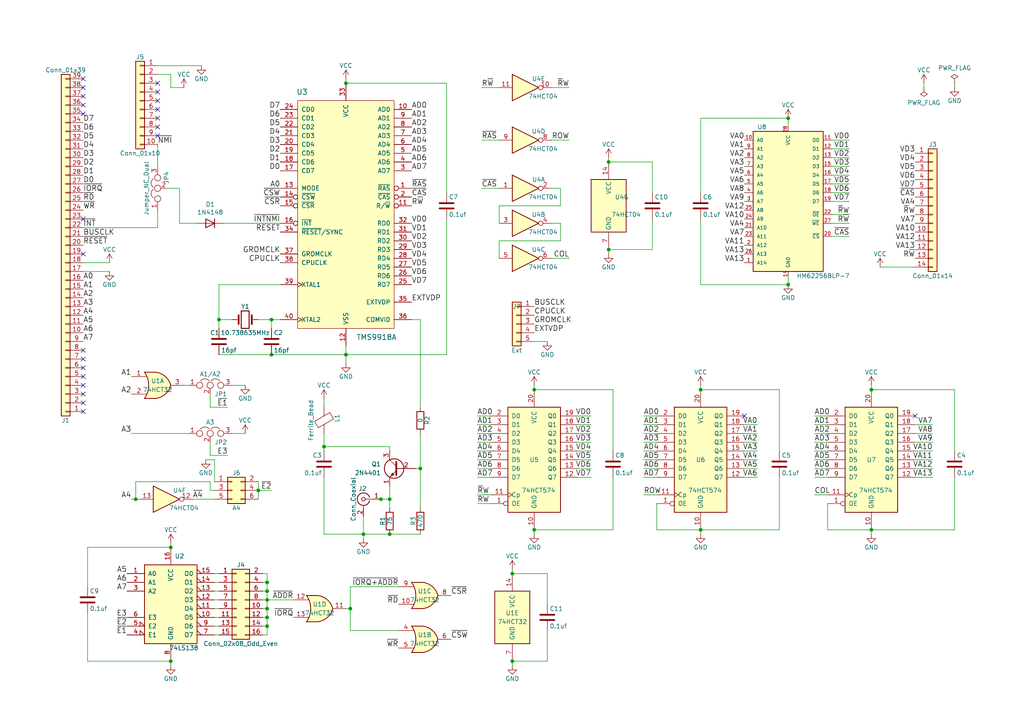
<source format=kicad_sch>
(kicad_sch (version 20211123) (generator eeschema)
  (paper "A4")
  (title_block (title "TMS9918A video card for RC2014") (date "2018-10-25") (rev "REV4") (company "J.B. Langston") (comment 1 "https://github.com/jblang/rc9918"))
  (junction (at 176.53 46.99))
  (junction (at 101.6 176.53))
  (junction (at 63.5 92.71))
  (junction (at 77.47 181.61))
  (junction (at 203.2 113.03))
  (junction (at 148.59 166.37))
  (junction (at 100.33 102.87))
  (junction (at 176.53 72.39))
  (junction (at 228.6 82.55))
  (junction (at 228.6 34.29))
  (junction (at 105.41 154.94))
  (junction (at 148.59 191.77))
  (junction (at 49.53 158.75))
  (junction (at 77.47 171.45))
  (junction (at 110.49 144.78))
  (junction (at 93.98 129.54))
  (junction (at 113.03 144.78))
  (junction (at 203.2 153.67))
  (junction (at 252.73 153.67))
  (junction (at 77.47 168.91))
  (junction (at 78.74 92.71))
  (junction (at 154.94 153.67))
  (junction (at 77.47 173.99))
  (junction (at 154.94 113.03))
  (junction (at 78.74 102.87))
  (junction (at 77.47 176.53))
  (junction (at 252.73 113.03))
  (junction (at 74.93 142.24))
  (junction (at 49.53 191.77))
  (junction (at 121.92 135.89))
  (junction (at 113.03 154.94))
  (junction (at 39.37 144.78))
  (junction (at 77.47 179.07))
  (junction (at 100.33 24.13))
  (no_connect (at 24.13 104.14))
  (no_connect (at 24.13 116.84))
  (no_connect (at 24.13 27.94))
  (no_connect (at 45.72 26.67))
  (no_connect (at 24.13 73.66))
  (no_connect (at 24.13 119.38))
  (no_connect (at 45.72 29.21))
  (no_connect (at 45.72 34.29))
  (no_connect (at 24.13 63.5))
  (no_connect (at 24.13 114.3))
  (no_connect (at 24.13 22.86))
  (no_connect (at 24.13 30.48))
  (no_connect (at 265.43 120.65))
  (no_connect (at 45.72 39.37))
  (no_connect (at 45.72 36.83))
  (no_connect (at 24.13 111.76))
  (no_connect (at 24.13 25.4))
  (no_connect (at 24.13 106.68))
  (no_connect (at 24.13 33.02))
  (no_connect (at 45.72 24.13))
  (no_connect (at 24.13 101.6))
  (no_connect (at 24.13 109.22))
  (no_connect (at 215.9 120.65))
  (no_connect (at 45.72 31.75))
  (wire (pts (xy 241.3 50.8) (xy 246.38 50.8)))
  (wire (pts (xy 60.96 139.7) (xy 60.96 142.24)))
  (wire (pts (xy 52.07 54.61) (xy 48.26 54.61)))
  (wire (pts (xy 60.96 118.11) (xy 66.04 118.11)))
  (wire (pts (xy 105.41 154.94) (xy 105.41 156.21)))
  (wire (pts (xy 203.2 153.67) (xy 190.5 153.67)))
  (wire (pts (xy 129.54 24.13) (xy 129.54 55.88)))
  (wire (pts (xy 236.22 130.81) (xy 240.03 130.81)))
  (wire (pts (xy 67.31 125.73) (xy 71.12 125.73)))
  (wire (pts (xy 77.47 171.45) (xy 76.2 171.45)))
  (wire (pts (xy 138.43 123.19) (xy 142.24 123.19)))
  (wire (pts (xy 171.45 123.19) (xy 167.64 123.19)))
  (wire (pts (xy 138.43 120.65) (xy 142.24 120.65)))
  (wire (pts (xy 203.2 113.03) (xy 203.2 111.76)))
  (wire (pts (xy 100.33 24.13) (xy 129.54 24.13)))
  (wire (pts (xy 76.2 181.61) (xy 77.47 181.61)))
  (wire (pts (xy 241.3 55.88) (xy 246.38 55.88)))
  (wire (pts (xy 154.94 99.06) (xy 158.75 99.06)))
  (wire (pts (xy 77.47 176.53) (xy 77.47 179.07)))
  (wire (pts (xy 121.92 92.71) (xy 119.38 92.71)))
  (wire (pts (xy 226.06 153.67) (xy 226.06 138.43)))
  (wire (pts (xy 276.86 113.03) (xy 276.86 130.81)))
  (wire (pts (xy 203.2 63.5) (xy 203.2 82.55)))
  (wire (pts (xy 49.53 158.75) (xy 25.4 158.75)))
  (wire (pts (xy 177.8 153.67) (xy 154.94 153.67)))
  (wire (pts (xy 138.43 133.35) (xy 142.24 133.35)))
  (wire (pts (xy 236.22 128.27) (xy 240.03 128.27)))
  (wire (pts (xy 236.22 135.89) (xy 240.03 135.89)))
  (wire (pts (xy 226.06 130.81) (xy 226.06 113.03)))
  (wire (pts (xy 62.23 184.15) (xy 63.5 184.15)))
  (wire (pts (xy 139.7 40.64) (xy 144.78 40.64)))
  (wire (pts (xy 60.96 114.3) (xy 60.96 118.11)))
  (wire (pts (xy 139.7 54.61) (xy 144.78 54.61)))
  (wire (pts (xy 93.98 125.73) (xy 93.98 129.54)))
  (wire (pts (xy 267.97 25.4) (xy 267.97 24.13)))
  (wire (pts (xy 241.3 40.64) (xy 246.38 40.64)))
  (wire (pts (xy 241.3 62.23) (xy 246.38 62.23)))
  (wire (pts (xy 62.23 133.35) (xy 62.23 139.7)))
  (wire (pts (xy 113.03 130.81) (xy 113.03 129.54)))
  (wire (pts (xy 171.45 120.65) (xy 167.64 120.65)))
  (wire (pts (xy 162.56 59.69) (xy 144.78 59.69)))
  (wire (pts (xy 77.47 179.07) (xy 77.47 181.61)))
  (wire (pts (xy 138.43 128.27) (xy 142.24 128.27)))
  (wire (pts (xy 186.69 143.51) (xy 190.5 143.51)))
  (wire (pts (xy 241.3 68.58) (xy 246.38 68.58)))
  (wire (pts (xy 77.47 173.99) (xy 77.47 176.53)))
  (wire (pts (xy 113.03 144.78) (xy 113.03 147.32)))
  (wire (pts (xy 276.86 153.67) (xy 252.73 153.67)))
  (wire (pts (xy 228.6 36.83) (xy 228.6 34.29)))
  (wire (pts (xy 76.2 173.99) (xy 77.47 173.99)))
  (wire (pts (xy 67.31 92.71) (xy 63.5 92.71)))
  (wire (pts (xy 78.74 102.87) (xy 100.33 102.87)))
  (wire (pts (xy 228.6 82.55) (xy 228.6 80.01)))
  (wire (pts (xy 203.2 82.55) (xy 228.6 82.55)))
  (wire (pts (xy 148.59 166.37) (xy 148.59 165.1)))
  (wire (pts (xy 105.41 149.86) (xy 105.41 154.94)))
  (wire (pts (xy 62.23 173.99) (xy 63.5 173.99)))
  (wire (pts (xy 138.43 135.89) (xy 142.24 135.89)))
  (wire (pts (xy 62.23 166.37) (xy 63.5 166.37)))
  (wire (pts (xy 100.33 24.13) (xy 100.33 22.86)))
  (wire (pts (xy 236.22 143.51) (xy 240.03 143.51)))
  (wire (pts (xy 171.45 125.73) (xy 167.64 125.73)))
  (wire (pts (xy 158.75 166.37) (xy 158.75 175.26)))
  (wire (pts (xy 24.13 76.2) (xy 31.75 76.2)))
  (wire (pts (xy 158.75 191.77) (xy 148.59 191.77)))
  (wire (pts (xy 241.3 43.18) (xy 246.38 43.18)))
  (wire (pts (xy 186.69 120.65) (xy 190.5 120.65)))
  (wire (pts (xy 93.98 115.57) (xy 93.98 118.11)))
  (wire (pts (xy 74.93 139.7) (xy 74.93 142.24)))
  (wire (pts (xy 49.53 21.59) (xy 49.53 25.4)))
  (wire (pts (xy 241.3 64.77) (xy 246.38 64.77)))
  (wire (pts (xy 203.2 34.29) (xy 203.2 55.88)))
  (wire (pts (xy 77.47 168.91) (xy 77.47 171.45)))
  (wire (pts (xy 39.37 144.78) (xy 39.37 139.7)))
  (wire (pts (xy 77.47 179.07) (xy 76.2 179.07)))
  (wire (pts (xy 241.3 45.72) (xy 246.38 45.72)))
  (wire (pts (xy 265.43 138.43) (xy 270.51 138.43)))
  (wire (pts (xy 77.47 171.45) (xy 77.47 173.99)))
  (wire (pts (xy 215.9 130.81) (xy 219.71 130.81)))
  (wire (pts (xy 39.37 139.7) (xy 60.96 139.7)))
  (wire (pts (xy 144.78 69.85) (xy 144.78 74.93)))
  (wire (pts (xy 60.96 142.24) (xy 62.23 142.24)))
  (wire (pts (xy 265.43 125.73) (xy 270.51 125.73)))
  (wire (pts (xy 276.86 138.43) (xy 276.86 153.67)))
  (wire (pts (xy 176.53 73.66) (xy 176.53 72.39)))
  (wire (pts (xy 138.43 146.05) (xy 142.24 146.05)))
  (wire (pts (xy 25.4 191.77) (xy 49.53 191.77)))
  (wire (pts (xy 186.69 133.35) (xy 190.5 133.35)))
  (wire (pts (xy 113.03 144.78) (xy 110.49 144.78)))
  (wire (pts (xy 113.03 140.97) (xy 113.03 144.78)))
  (wire (pts (xy 138.43 130.81) (xy 142.24 130.81)))
  (wire (pts (xy 121.92 125.73) (xy 121.92 135.89)))
  (wire (pts (xy 74.93 142.24) (xy 74.93 144.78)))
  (wire (pts (xy 138.43 143.51) (xy 142.24 143.51)))
  (wire (pts (xy 121.92 135.89) (xy 120.65 135.89)))
  (wire (pts (xy 45.72 21.59) (xy 49.53 21.59)))
  (wire (pts (xy 49.53 25.4) (xy 53.34 25.4)))
  (wire (pts (xy 171.45 138.43) (xy 167.64 138.43)))
  (wire (pts (xy 74.93 92.71) (xy 78.74 92.71)))
  (wire (pts (xy 77.47 181.61) (xy 77.47 184.15)))
  (wire (pts (xy 177.8 113.03) (xy 154.94 113.03)))
  (wire (pts (xy 113.03 129.54) (xy 93.98 129.54)))
  (wire (pts (xy 186.69 135.89) (xy 190.5 135.89)))
  (wire (pts (xy 62.23 176.53) (xy 63.5 176.53)))
  (wire (pts (xy 160.02 74.93) (xy 165.1 74.93)))
  (wire (pts (xy 265.43 123.19) (xy 270.51 123.19)))
  (wire (pts (xy 215.9 128.27) (xy 219.71 128.27)))
  (wire (pts (xy 63.5 102.87) (xy 78.74 102.87)))
  (wire (pts (xy 64.77 64.77) (xy 81.28 64.77)))
  (wire (pts (xy 148.59 166.37) (xy 158.75 166.37)))
  (wire (pts (xy 77.47 168.91) (xy 76.2 168.91)))
  (wire (pts (xy 76.2 176.53) (xy 77.47 176.53)))
  (wire (pts (xy 171.45 133.35) (xy 167.64 133.35)))
  (wire (pts (xy 78.74 95.25) (xy 78.74 92.71)))
  (wire (pts (xy 189.23 46.99) (xy 189.23 55.88)))
  (wire (pts (xy 160.02 64.77) (xy 162.56 64.77)))
  (wire (pts (xy 67.31 111.76) (xy 71.12 111.76)))
  (wire (pts (xy 154.94 154.94) (xy 154.94 153.67)))
  (wire (pts (xy 63.5 82.55) (xy 81.28 82.55)))
  (wire (pts (xy 60.96 132.08) (xy 66.04 132.08)))
  (wire (pts (xy 52.07 64.77) (xy 52.07 54.61)))
  (wire (pts (xy 113.03 154.94) (xy 121.92 154.94)))
  (wire (pts (xy 186.69 125.73) (xy 190.5 125.73)))
  (wire (pts (xy 252.73 113.03) (xy 276.86 113.03)))
  (wire (pts (xy 215.9 138.43) (xy 219.71 138.43)))
  (wire (pts (xy 171.45 130.81) (xy 167.64 130.81)))
  (wire (pts (xy 74.93 142.24) (xy 78.74 142.24)))
  (wire (pts (xy 45.72 60.96) (xy 45.72 66.04)))
  (wire (pts (xy 255.27 77.47) (xy 265.43 77.47)))
  (wire (pts (xy 105.41 154.94) (xy 113.03 154.94)))
  (wire (pts (xy 25.4 158.75) (xy 25.4 170.18)))
  (wire (pts (xy 59.69 133.35) (xy 62.23 133.35)))
  (wire (pts (xy 62.23 181.61) (xy 63.5 181.61)))
  (wire (pts (xy 236.22 125.73) (xy 240.03 125.73)))
  (wire (pts (xy 215.9 135.89) (xy 219.71 135.89)))
  (wire (pts (xy 39.37 144.78) (xy 38.1 144.78)))
  (wire (pts (xy 49.53 157.48) (xy 49.53 158.75)))
  (wire (pts (xy 186.69 130.81) (xy 190.5 130.81)))
  (wire (pts (xy 77.47 166.37) (xy 76.2 166.37)))
  (wire (pts (xy 162.56 54.61) (xy 162.56 59.69)))
  (wire (pts (xy 55.88 144.78) (xy 62.23 144.78)))
  (wire (pts (xy 144.78 59.69) (xy 144.78 64.77)))
  (wire (pts (xy 162.56 69.85) (xy 144.78 69.85)))
  (wire (pts (xy 171.45 128.27) (xy 167.64 128.27)))
  (wire (pts (xy 77.47 173.99) (xy 85.09 173.99)))
  (wire (pts (xy 60.96 128.27) (xy 60.96 132.08)))
  (wire (pts (xy 100.33 102.87) (xy 100.33 105.41)))
  (wire (pts (xy 62.23 179.07) (xy 63.5 179.07)))
  (wire (pts (xy 176.53 46.99) (xy 176.53 45.72)))
  (wire (pts (xy 177.8 153.67) (xy 177.8 138.43)))
  (wire (pts (xy 186.69 123.19) (xy 190.5 123.19)))
  (wire (pts (xy 93.98 154.94) (xy 93.98 138.43)))
  (wire (pts (xy 77.47 184.15) (xy 76.2 184.15)))
  (wire (pts (xy 252.73 153.67) (xy 240.03 153.67)))
  (wire (pts (xy 24.13 78.74) (xy 31.75 78.74)))
  (wire (pts (xy 139.7 25.4) (xy 144.78 25.4)))
  (wire (pts (xy 203.2 154.94) (xy 203.2 153.67)))
  (wire (pts (xy 215.9 133.35) (xy 219.71 133.35)))
  (wire (pts (xy 186.69 128.27) (xy 190.5 128.27)))
  (wire (pts (xy 276.86 25.4) (xy 276.86 24.13)))
  (wire (pts (xy 189.23 72.39) (xy 189.23 63.5)))
  (wire (pts (xy 93.98 129.54) (xy 93.98 130.81)))
  (wire (pts (xy 265.43 130.81) (xy 270.51 130.81)))
  (wire (pts (xy 101.6 182.88) (xy 115.57 182.88)))
  (wire (pts (xy 215.9 123.19) (xy 219.71 123.19)))
  (wire (pts (xy 160.02 25.4) (xy 165.1 25.4)))
  (wire (pts (xy 45.72 66.04) (xy 24.13 66.04)))
  (wire (pts (xy 38.1 125.73) (xy 54.61 125.73)))
  (wire (pts (xy 176.53 46.99) (xy 189.23 46.99)))
  (wire (pts (xy 40.64 144.78) (xy 39.37 144.78)))
  (wire (pts (xy 93.98 154.94) (xy 105.41 154.94)))
  (wire (pts (xy 252.73 113.03) (xy 252.73 111.76)))
  (wire (pts (xy 101.6 176.53) (xy 101.6 182.88)))
  (wire (pts (xy 236.22 138.43) (xy 240.03 138.43)))
  (wire (pts (xy 154.94 113.03) (xy 154.94 111.76)))
  (wire (pts (xy 236.22 123.19) (xy 240.03 123.19)))
  (wire (pts (xy 241.3 58.42) (xy 246.38 58.42)))
  (wire (pts (xy 138.43 125.73) (xy 142.24 125.73)))
  (wire (pts (xy 236.22 133.35) (xy 240.03 133.35)))
  (wire (pts (xy 62.23 171.45) (xy 63.5 171.45)))
  (wire (pts (xy 121.92 118.11) (xy 121.92 92.71)))
  (wire (pts (xy 121.92 135.89) (xy 121.92 147.32)))
  (wire (pts (xy 241.3 53.34) (xy 246.38 53.34)))
  (wire (pts (xy 226.06 153.67) (xy 203.2 153.67)))
  (wire (pts (xy 236.22 120.65) (xy 240.03 120.65)))
  (wire (pts (xy 25.4 177.8) (xy 25.4 191.77)))
  (wire (pts (xy 240.03 146.05) (xy 240.03 153.67)))
  (wire (pts (xy 78.74 92.71) (xy 81.28 92.71)))
  (wire (pts (xy 162.56 64.77) (xy 162.56 69.85)))
  (wire (pts (xy 52.07 64.77) (xy 57.15 64.77)))
  (wire (pts (xy 241.3 48.26) (xy 246.38 48.26)))
  (wire (pts (xy 148.59 193.04) (xy 148.59 191.77)))
  (wire (pts (xy 176.53 72.39) (xy 189.23 72.39)))
  (wire (pts (xy 101.6 170.18) (xy 115.57 170.18)))
  (wire (pts (xy 252.73 154.94) (xy 252.73 153.67)))
  (wire (pts (xy 177.8 130.81) (xy 177.8 113.03)))
  (wire (pts (xy 100.33 100.33) (xy 100.33 102.87)))
  (wire (pts (xy 265.43 133.35) (xy 270.51 133.35)))
  (wire (pts (xy 63.5 92.71) (xy 63.5 95.25)))
  (wire (pts (xy 160.02 54.61) (xy 162.56 54.61)))
  (wire (pts (xy 45.72 48.26) (xy 45.72 41.91)))
  (wire (pts (xy 77.47 166.37) (xy 77.47 168.91)))
  (wire (pts (xy 138.43 138.43) (xy 142.24 138.43)))
  (wire (pts (xy 63.5 82.55) (xy 63.5 92.71)))
  (wire (pts (xy 101.6 170.18) (xy 101.6 176.53)))
  (wire (pts (xy 186.69 138.43) (xy 190.5 138.43)))
  (wire (pts (xy 265.43 135.89) (xy 270.51 135.89)))
  (wire (pts (xy 45.72 19.05) (xy 58.42 19.05)))
  (wire (pts (xy 129.54 102.87) (xy 129.54 63.5)))
  (wire (pts (xy 62.23 168.91) (xy 63.5 168.91)))
  (wire (pts (xy 53.34 111.76) (xy 54.61 111.76)))
  (wire (pts (xy 171.45 135.89) (xy 167.64 135.89)))
  (wire (pts (xy 190.5 146.05) (xy 190.5 153.67)))
  (wire (pts (xy 100.33 102.87) (xy 129.54 102.87)))
  (wire (pts (xy 49.53 193.04) (xy 49.53 191.77)))
  (wire (pts (xy 160.02 40.64) (xy 165.1 40.64)))
  (wire (pts (xy 158.75 182.88) (xy 158.75 191.77)))
  (wire (pts (xy 100.33 176.53) (xy 101.6 176.53)))
  (wire (pts (xy 110.49 144.78) (xy 109.22 144.78)))
  (wire (pts (xy 203.2 113.03) (xy 226.06 113.03)))
  (wire (pts (xy 215.9 125.73) (xy 219.71 125.73)))
  (wire (pts (xy 265.43 128.27) (xy 270.51 128.27)))
  (wire (pts (xy 228.6 34.29) (xy 203.2 34.29)))
  (label "~{E2}" (at 36.83 181.61 180) (effects (font (size 1.524 1.524))))
  (label "AD3" (at 186.69 128.27 0) (effects (font (size 1.524 1.524))))
  (label "~{CSW}" (at 81.28 57.15 180) (effects (font (size 1.524 1.524))))
  (label "AD1" (at 186.69 123.19 0) (effects (font (size 1.524 1.524))))
  (label "~{CSW}" (at 130.81 185.42 0) (effects (font (size 1.524 1.524))))
  (label "EXTVDP" (at 154.94 96.52 0) (effects (font (size 1.524 1.524))))
  (label "VA1" (at 219.71 125.73 180) (effects (font (size 1.524 1.524))))
  (label "VD1" (at 171.45 123.19 180) (effects (font (size 1.524 1.524))))
  (label "A5" (at 24.13 93.98 0) (effects (font (size 1.524 1.524))))
  (label "~{R}W" (at 265.43 62.23 180) (effects (font (size 1.524 1.524))))
  (label "D1" (at 24.13 50.8 0) (effects (font (size 1.524 1.524))))
  (label "VD2" (at 119.38 69.85 0) (effects (font (size 1.524 1.524))))
  (label "AD5" (at 186.69 133.35 0) (effects (font (size 1.524 1.524))))
  (label "VA3" (at 215.9 48.26 180) (effects (font (size 1.524 1.524))))
  (label "D4" (at 24.13 43.18 0) (effects (font (size 1.524 1.524))))
  (label "VA13" (at 215.9 73.66 180) (effects (font (size 1.524 1.524))))
  (label "VD1" (at 246.38 43.18 180) (effects (font (size 1.524 1.524))))
  (label "D2" (at 81.28 44.45 180) (effects (font (size 1.524 1.524))))
  (label "VD7" (at 119.38 82.55 0) (effects (font (size 1.524 1.524))))
  (label "A6" (at 24.13 96.52 0) (effects (font (size 1.524 1.524))))
  (label "~{RD}" (at 24.13 58.42 0) (effects (font (size 1.524 1.524))))
  (label "AD7" (at 119.38 49.53 0) (effects (font (size 1.524 1.524))))
  (label "VA3" (at 219.71 130.81 180) (effects (font (size 1.524 1.524))))
  (label "VA11" (at 215.9 71.12 180) (effects (font (size 1.524 1.524))))
  (label "~{E1}" (at 66.04 118.11 180) (effects (font (size 1.524 1.524))))
  (label "VD1" (at 119.38 67.31 0) (effects (font (size 1.524 1.524))))
  (label "~{INT}" (at 24.13 66.04 0) (effects (font (size 1.524 1.524))))
  (label "AD1" (at 138.43 123.19 0) (effects (font (size 1.524 1.524))))
  (label "VA5" (at 215.9 50.8 180) (effects (font (size 1.524 1.524))))
  (label "AD0" (at 119.38 31.75 0) (effects (font (size 1.524 1.524))))
  (label "A5" (at 36.83 166.37 180) (effects (font (size 1.524 1.524))))
  (label "AD7" (at 186.69 138.43 0) (effects (font (size 1.524 1.524))))
  (label "VA0" (at 215.9 40.64 180) (effects (font (size 1.524 1.524))))
  (label "~{RAS}" (at 119.38 54.61 0) (effects (font (size 1.524 1.524))))
  (label "A3" (at 38.1 125.73 180) (effects (font (size 1.524 1.524))))
  (label "EXTVDP" (at 119.38 87.63 0) (effects (font (size 1.524 1.524))))
  (label "VA7" (at 265.43 64.77 180) (effects (font (size 1.524 1.524))))
  (label "A3" (at 24.13 88.9 0) (effects (font (size 1.524 1.524))))
  (label "VA8" (at 215.9 55.88 180) (effects (font (size 1.524 1.524))))
  (label "D5" (at 24.13 40.64 0) (effects (font (size 1.524 1.524))))
  (label "AD6" (at 138.43 135.89 0) (effects (font (size 1.524 1.524))))
  (label "AD2" (at 138.43 125.73 0) (effects (font (size 1.524 1.524))))
  (label "D7" (at 81.28 31.75 180) (effects (font (size 1.524 1.524))))
  (label "D0" (at 24.13 53.34 0) (effects (font (size 1.524 1.524))))
  (label "D4" (at 81.28 39.37 180) (effects (font (size 1.524 1.524))))
  (label "VD6" (at 171.45 135.89 180) (effects (font (size 1.524 1.524))))
  (label "D6" (at 24.13 38.1 0) (effects (font (size 1.524 1.524))))
  (label "R~{W}" (at 139.7 25.4 0) (effects (font (size 1.524 1.524))))
  (label "AD0" (at 236.22 120.65 0) (effects (font (size 1.524 1.524))))
  (label "AD6" (at 119.38 46.99 0) (effects (font (size 1.524 1.524))))
  (label "~{CAS}" (at 139.7 54.61 0) (effects (font (size 1.524 1.524))))
  (label "AD0" (at 186.69 120.65 0) (effects (font (size 1.524 1.524))))
  (label "VA0" (at 219.71 123.19 180) (effects (font (size 1.524 1.524))))
  (label "VD0" (at 119.38 64.77 0) (effects (font (size 1.524 1.524))))
  (label "VA7" (at 270.51 123.19 180) (effects (font (size 1.524 1.524))))
  (label "R~{W}" (at 119.38 59.69 0) (effects (font (size 1.524 1.524))))
  (label "VD2" (at 171.45 125.73 180) (effects (font (size 1.524 1.524))))
  (label "VA13" (at 270.51 138.43 180) (effects (font (size 1.524 1.524))))
  (label "VD4" (at 265.43 46.99 180) (effects (font (size 1.524 1.524))))
  (label "AD3" (at 119.38 39.37 0) (effects (font (size 1.524 1.524))))
  (label "R~{W}" (at 138.43 146.05 0) (effects (font (size 1.524 1.524))))
  (label "A6" (at 36.83 168.91 180) (effects (font (size 1.524 1.524))))
  (label "AD3" (at 138.43 128.27 0) (effects (font (size 1.524 1.524))))
  (label "VD6" (at 246.38 55.88 180) (effects (font (size 1.524 1.524))))
  (label "~{RESET}" (at 24.13 71.12 0) (effects (font (size 1.524 1.524))))
  (label "~{R}W" (at 165.1 25.4 180) (effects (font (size 1.524 1.524))))
  (label "~{R}W" (at 246.38 62.23 180) (effects (font (size 1.524 1.524))))
  (label "VA13" (at 265.43 72.39 180) (effects (font (size 1.524 1.524))))
  (label "VA11" (at 270.51 133.35 180) (effects (font (size 1.524 1.524))))
  (label "VD5" (at 171.45 133.35 180) (effects (font (size 1.524 1.524))))
  (label "AD5" (at 236.22 133.35 0) (effects (font (size 1.524 1.524))))
  (label "~{E1}" (at 36.83 184.15 180) (effects (font (size 1.524 1.524))))
  (label "VD7" (at 171.45 138.43 180) (effects (font (size 1.524 1.524))))
  (label "~{E2}" (at 78.74 142.24 180) (effects (font (size 1.524 1.524))))
  (label "AD5" (at 138.43 133.35 0) (effects (font (size 1.524 1.524))))
  (label "A4" (at 24.13 91.44 0) (effects (font (size 1.524 1.524))))
  (label "R~{W}" (at 265.43 74.93 180) (effects (font (size 1.524 1.524))))
  (label "D2" (at 24.13 48.26 0) (effects (font (size 1.524 1.524))))
  (label "GROMCLK" (at 154.94 93.98 0) (effects (font (size 1.524 1.524))))
  (label "~{CAS}" (at 246.38 68.58 180) (effects (font (size 1.524 1.524))))
  (label "VD7" (at 265.43 54.61 180) (effects (font (size 1.524 1.524))))
  (label "AD2" (at 186.69 125.73 0) (effects (font (size 1.524 1.524))))
  (label "~{WR}" (at 24.13 60.96 0) (effects (font (size 1.524 1.524))))
  (label "AD1" (at 236.22 123.19 0) (effects (font (size 1.524 1.524))))
  (label "D5" (at 81.28 36.83 180) (effects (font (size 1.524 1.524))))
  (label "VD3" (at 265.43 44.45 180) (effects (font (size 1.524 1.524))))
  (label "VA8" (at 270.51 125.73 180) (effects (font (size 1.524 1.524))))
  (label "AD2" (at 236.22 125.73 0) (effects (font (size 1.524 1.524))))
  (label "D1" (at 81.28 46.99 180) (effects (font (size 1.524 1.524))))
  (label "VA2" (at 215.9 45.72 180) (effects (font (size 1.524 1.524))))
  (label "AD5" (at 119.38 44.45 0) (effects (font (size 1.524 1.524))))
  (label "~{RAS}" (at 139.7 40.64 0) (effects (font (size 1.524 1.524))))
  (label "AD3" (at 236.22 128.27 0) (effects (font (size 1.524 1.524))))
  (label "VA9" (at 270.51 128.27 180) (effects (font (size 1.524 1.524))))
  (label "AD4" (at 186.69 130.81 0) (effects (font (size 1.524 1.524))))
  (label "VA6" (at 219.71 138.43 180) (effects (font (size 1.524 1.524))))
  (label "A7" (at 36.83 171.45 180) (effects (font (size 1.524 1.524))))
  (label "A0" (at 81.28 54.61 180) (effects (font (size 1.524 1.524))))
  (label "VD3" (at 171.45 128.27 180) (effects (font (size 1.524 1.524))))
  (label "VD6" (at 119.38 80.01 0) (effects (font (size 1.524 1.524))))
  (label "AD4" (at 138.43 130.81 0) (effects (font (size 1.524 1.524))))
  (label "~{CSR}" (at 130.81 172.72 0) (effects (font (size 1.524 1.524))))
  (label "AD1" (at 119.38 34.29 0) (effects (font (size 1.524 1.524))))
  (label "AD0" (at 138.43 120.65 0) (effects (font (size 1.524 1.524))))
  (label "BUSCLK" (at 154.94 88.9 0) (effects (font (size 1.524 1.524))))
  (label "VD4" (at 246.38 50.8 180) (effects (font (size 1.524 1.524))))
  (label "COL" (at 165.1 74.93 180) (effects (font (size 1.524 1.524))))
  (label "CPUCLK" (at 154.94 91.44 0) (effects (font (size 1.524 1.524))))
  (label "ROW" (at 186.69 143.51 0) (effects (font (size 1.524 1.524))))
  (label "~{CAS}" (at 119.38 57.15 0) (effects (font (size 1.524 1.524))))
  (label "~{WR}" (at 115.57 187.96 180) (effects (font (size 1.524 1.524))))
  (label "VD6" (at 265.43 52.07 180) (effects (font (size 1.524 1.524))))
  (label "VA12" (at 270.51 135.89 180) (effects (font (size 1.524 1.524))))
  (label "AD6" (at 236.22 135.89 0) (effects (font (size 1.524 1.524))))
  (label "R~{W}" (at 246.38 64.77 180) (effects (font (size 1.524 1.524))))
  (label "~{RD}" (at 115.57 175.26 180) (effects (font (size 1.524 1.524))))
  (label "~{INTNMI}" (at 81.28 64.77 180) (effects (font (size 1.524 1.524))))
  (label "VD7" (at 246.38 58.42 180) (effects (font (size 1.524 1.524))))
  (label "~{IORQ+ADDR}" (at 115.57 170.18 180) (effects (font (size 1.524 1.524))))
  (label "VA1" (at 215.9 43.18 180) (effects (font (size 1.524 1.524))))
  (label "VA6" (at 215.9 53.34 180) (effects (font (size 1.524 1.524))))
  (label "VA4" (at 265.43 59.69 180) (effects (font (size 1.524 1.524))))
  (label "D7" (at 24.13 35.56 0) (effects (font (size 1.524 1.524))))
  (label "~{IORQ}" (at 85.09 179.07 180) (effects (font (size 1.524 1.524))))
  (label "ROW" (at 165.1 40.64 180) (effects (font (size 1.524 1.524))))
  (label "AD6" (at 186.69 135.89 0) (effects (font (size 1.524 1.524))))
  (label "D3" (at 24.13 45.72 0) (effects (font (size 1.524 1.524))))
  (label "VA10" (at 215.9 63.5 180) (effects (font (size 1.524 1.524))))
  (label "VA12" (at 215.9 60.96 180) (effects (font (size 1.524 1.524))))
  (label "VD4" (at 171.45 130.81 180) (effects (font (size 1.524 1.524))))
  (label "VA4" (at 215.9 66.04 180) (effects (font (size 1.524 1.524))))
  (label "E3" (at 66.04 132.08 180) (effects (font (size 1.524 1.524))))
  (label "COL" (at 236.22 143.51 0) (effects (font (size 1.524 1.524))))
  (label "VA12" (at 265.43 69.85 180) (effects (font (size 1.524 1.524))))
  (label "VD0" (at 246.38 40.64 180) (effects (font (size 1.524 1.524))))
  (label "VD5" (at 265.43 49.53 180) (effects (font (size 1.524 1.524))))
  (label "AD4" (at 119.38 41.91 0) (effects (font (size 1.524 1.524))))
  (label "AD7" (at 236.22 138.43 0) (effects (font (size 1.524 1.524))))
  (label "~{ADDR}" (at 85.09 173.99 180) (effects (font (size 1.524 1.524))))
  (label "VD5" (at 246.38 53.34 180) (effects (font (size 1.524 1.524))))
  (label "VA10" (at 265.43 67.31 180) (effects (font (size 1.524 1.524))))
  (label "VA13" (at 215.9 76.2 180) (effects (font (size 1.524 1.524))))
  (label "VA7" (at 215.9 68.58 180) (effects (font (size 1.524 1.524))))
  (label "VD5" (at 119.38 77.47 0) (effects (font (size 1.524 1.524))))
  (label "BUSCLK" (at 24.13 68.58 0) (effects (font (size 1.524 1.524))))
  (label "D3" (at 81.28 41.91 180) (effects (font (size 1.524 1.524))))
  (label "VA10" (at 270.51 130.81 180) (effects (font (size 1.524 1.524))))
  (label "D0" (at 81.28 49.53 180) (effects (font (size 1.524 1.524))))
  (label "VA9" (at 215.9 58.42 180) (effects (font (size 1.524 1.524))))
  (label "VD3" (at 119.38 72.39 0) (effects (font (size 1.524 1.524))))
  (label "VD3" (at 246.38 48.26 180) (effects (font (size 1.524 1.524))))
  (label "AD2" (at 119.38 36.83 0) (effects (font (size 1.524 1.524))))
  (label "~{RESET}" (at 81.28 67.31 180) (effects (font (size 1.524 1.524))))
  (label "~{CSR}" (at 81.28 59.69 180) (effects (font (size 1.524 1.524))))
  (label "~{CAS}" (at 265.43 57.15 180) (effects (font (size 1.524 1.524))))
  (label "~{NMI}" (at 45.72 41.91 0) (effects (font (size 1.524 1.524))))
  (label "~{A4}" (at 55.88 144.78 0) (effects (font (size 1.524 1.524))))
  (label "AD4" (at 236.22 130.81 0) (effects (font (size 1.524 1.524))))
  (label "VA2" (at 219.71 128.27 180) (effects (font (size 1.524 1.524))))
  (label "D6" (at 81.28 34.29 180) (effects (font (size 1.524 1.524))))
  (label "A1" (at 38.1 109.22 180) (effects (font (size 1.524 1.524))))
  (label "VD0" (at 171.45 120.65 180) (effects (font (size 1.524 1.524))))
  (label "CPUCLK" (at 81.28 76.2 180) (effects (font (size 1.524 1.524))))
  (label "~{R}W" (at 138.43 143.51 0) (effects (font (size 1.524 1.524))))
  (label "A2" (at 24.13 86.36 0) (effects (font (size 1.524 1.524))))
  (label "A4" (at 38.1 144.78 180) (effects (font (size 1.524 1.524))))
  (label "E3" (at 36.83 179.07 180) (effects (font (size 1.524 1.524))))
  (label "VA5" (at 219.71 135.89 180) (effects (font (size 1.524 1.524))))
  (label "VD2" (at 246.38 45.72 180) (effects (font (size 1.524 1.524))))
  (label "A1" (at 24.13 83.82 0) (effects (font (size 1.524 1.524))))
  (label "A7" (at 24.13 99.06 0) (effects (font (size 1.524 1.524))))
  (label "A0" (at 24.13 81.28 0) (effects (font (size 1.524 1.524))))
  (label "GROMCLK" (at 81.28 73.66 180) (effects (font (size 1.524 1.524))))
  (label "AD7" (at 138.43 138.43 0) (effects (font (size 1.524 1.524))))
  (label "VD4" (at 119.38 74.93 0) (effects (font (size 1.524 1.524))))
  (label "A2" (at 38.1 114.3 180) (effects (font (size 1.524 1.524))))
  (label "~{IORQ}" (at 24.13 55.88 0) (effects (font (size 1.524 1.524))))
  (label "VA4" (at 219.71 133.35 180) (effects (font (size 1.524 1.524))))
  (symbol (lib_id "Connector_Generic:Conn_01x39") (at 19.05 71.12 180) (unit 1)
    (property "Reference" "J1" (at 19.05 121.92 0))
    (property "Value" "Conn_01x39" (at 19.05 20.32 0))
    (property "Footprint" "Connector_PinHeader_2.54mm:PinHeader_1x39_P2.54mm_Vertical" (effects hide))
  )
  (symbol (lib_id "74xx:74LS574") (at 154.94 133.35 0) (unit 1)
    (property "Reference" "U5" (at 154.94 133.35 0))
    (property "Value" "74HCT574" (at 156.21 142.24 0))
    (property "Footprint" "Package_DIP:DIP-20_W7.62mm_Socket" (effects hide))
  )
  (symbol (lib_id "74xx:74LS574") (at 203.2 133.35 0) (unit 1)
    (property "Reference" "U6" (at 203.2 133.35 0))
    (property "Value" "74HCT574" (at 204.47 142.24 0))
    (property "Footprint" "Package_DIP:DIP-20_W7.62mm_Socket" (effects hide))
  )
  (symbol (lib_id "74xx:74LS574") (at 252.73 133.35 0) (unit 1)
    (property "Reference" "U7" (at 252.73 133.35 0))
    (property "Value" "74HCT574" (at 254 142.24 0))
    (property "Footprint" "Package_DIP:DIP-20_W7.62mm_Socket" (effects hide))
  )
  (symbol (lib_id "74xx:74HCT04") (at 152.4 64.77 0) (unit 2)
    (property "Reference" "U4" (at 156.21 62.23 0))
    (property "Value" "74HCT04" (at 157.48 67.31 0))
    (property "Footprint" "Package_DIP:DIP-14_W7.62mm_Socket" (effects hide))
  )
  (symbol (lib_id "74xx:74HCT04") (at 152.4 74.93 0) (unit 3)
    (property "Reference" "U4" (at 156.21 72.39 0))
    (property "Value" "74HCT04" (at 157.48 77.47 0))
    (property "Footprint" "Package_DIP:DIP-14_W7.62mm_Socket" (effects hide))
  )
  (symbol (lib_id "74xx:74HCT04") (at 152.4 40.64 0) (unit 4)
    (property "Reference" "U4" (at 156.21 38.1 0))
    (property "Value" "74HCT04" (at 157.48 43.18 0))
    (property "Footprint" "Package_DIP:DIP-14_W7.62mm_Socket" (effects hide))
  )
  (symbol (lib_id "74xx:74HCT04") (at 152.4 25.4 0) (unit 5)
    (property "Reference" "U4" (at 156.21 22.86 0))
    (property "Value" "74HCT04" (at 157.48 27.94 0))
    (property "Footprint" "Package_DIP:DIP-14_W7.62mm_Socket" (effects hide))
  )
  (symbol (lib_id "74xx:74HCT04") (at 152.4 54.61 0) (unit 1)
    (property "Reference" "U4" (at 156.21 52.07 0))
    (property "Value" "74HCT04" (at 157.48 57.15 0))
    (property "Footprint" "Package_DIP:DIP-14_W7.62mm_Socket" (effects hide))
  )
  (symbol (lib_id "power:GND") (at 203.2 154.94 0) (unit 1)
    (property "Reference" "#PWR01" (effects hide))
    (property "Value" "GND" (at 203.2 158.75 0))
  )
  (symbol (lib_id "TMS9918-rescue:HM62256BLP-7-TMS9918") (at 228.6 59.69 0) (unit 1)
    (property "Reference" "U8" (at 220.98 36.83 0))
    (property "Value" "HM62256BLP-7" (at 238.76 80.01 0))
    (property "Footprint" "Package_DIP:DIP-28_W15.24mm_Socket" (effects hide))
  )
  (symbol (lib_id "power:VCC") (at 100.33 22.86 0) (unit 1)
    (property "Reference" "#PWR03" (effects hide))
    (property "Value" "VCC" (at 100.33 19.05 0))
  )
  (symbol (lib_id "power:GND") (at 100.33 105.41 0) (unit 1)
    (property "Reference" "#PWR04" (effects hide))
    (property "Value" "GND" (at 100.33 109.22 0))
  )
  (symbol (lib_id "Device:C") (at 63.5 99.06 0) (unit 1)
    (property "Reference" "C1" (at 60.96 96.52 0) (effects (justify left)))
    (property "Value" "16pf" (at 64.135 101.6 0) (effects (justify left)))
    (property "Footprint" "Capacitor_THT:C_Disc_D3.0mm_W1.6mm_P2.50mm" (effects hide))
  )
  (symbol (lib_id "Device:C") (at 78.74 99.06 0) (unit 1)
    (property "Reference" "C2" (at 79.375 96.52 0) (effects (justify left)))
    (property "Value" "16pf" (at 79.375 101.6 0) (effects (justify left)))
    (property "Footprint" "Capacitor_THT:C_Disc_D3.0mm_W1.6mm_P2.50mm" (effects hide))
  )
  (symbol (lib_id "Device:C") (at 93.98 134.62 0) (mirror y) (unit 1)
    (property "Reference" "C3" (at 93.345 132.08 0) (effects (justify left)))
    (property "Value" "0.1uf" (at 93.345 137.16 0) (effects (justify left)))
    (property "Footprint" "Capacitor_THT:C_Disc_D3.0mm_W1.6mm_P2.50mm" (effects hide))
  )
  (symbol (lib_id "Device:Q_NPN_EBC") (at 115.57 135.89 0) (mirror y) (unit 1)
    (property "Reference" "Q1" (at 110.49 134.62 0) (effects (justify left)))
    (property "Value" "2N4401" (at 110.49 137.16 0) (effects (justify left)))
    (property "Footprint" "Package_TO_SOT_THT:TO-92" (effects hide))
  )
  (symbol (lib_id "Device:R") (at 121.92 121.92 0) (unit 1)
    (property "Reference" "R2" (at 123.952 121.92 90))
    (property "Value" "0" (at 121.92 121.92 90))
    (property "Footprint" "Resistor_THT:R_Axial_DIN0207_L6.3mm_D2.5mm_P7.62mm_Horizontal" (effects hide))
  )
  (symbol (lib_id "Device:R") (at 121.92 151.13 0) (mirror y) (unit 1)
    (property "Reference" "R3" (at 119.888 151.13 90))
    (property "Value" "470" (at 121.92 151.13 90))
    (property "Footprint" "Resistor_THT:R_Axial_DIN0207_L6.3mm_D2.5mm_P7.62mm_Horizontal" (effects hide))
  )
  (symbol (lib_id "Device:R") (at 113.03 151.13 0) (mirror y) (unit 1)
    (property "Reference" "R1" (at 110.998 151.13 90))
    (property "Value" "75" (at 113.03 151.13 90))
    (property "Footprint" "Resistor_THT:R_Axial_DIN0207_L6.3mm_D2.5mm_P7.62mm_Horizontal" (effects hide))
  )
  (symbol (lib_id "Device:Ferrite_Bead") (at 93.98 121.92 0) (mirror y) (unit 1)
    (property "Reference" "L1" (at 97.79 121.285 90))
    (property "Value" "Ferrite_Bead" (at 90.17 121.92 90))
    (property "Footprint" "Resistor_THT:R_Axial_DIN0207_L6.3mm_D2.5mm_P7.62mm_Horizontal" (effects hide))
  )
  (symbol (lib_id "Connector:Conn_Coaxial") (at 105.41 144.78 0) (mirror y) (unit 1)
    (property "Reference" "J2" (at 105.156 141.732 0))
    (property "Value" "Conn_Coaxial" (at 102.489 144.78 90))
    (property "Footprint" "w_conn_av:KLPX-0848A" (effects hide))
  )
  (symbol (lib_id "Device:Crystal") (at 71.12 92.71 0) (unit 1)
    (property "Reference" "Y1" (at 71.12 88.9 0))
    (property "Value" "10.738635MHz" (at 71.12 96.52 0))
    (property "Footprint" "Crystal:Crystal_HC49-4H_Vertical" (effects hide))
  )
  (symbol (lib_id "TMS9918-rescue:TMS9918A-TMS9918") (at 100.33 62.23 0) (unit 1)
    (property "Reference" "U3" (at 87.63 26.67 0) (effects (font (size 1.524 1.524))))
    (property "Value" "TMS9918A" (at 109.22 97.79 0) (effects (font (size 1.524 1.524))))
    (property "Footprint" "Package_DIP:DIP-40_W15.24mm_Socket" (effects hide))
  )
  (symbol (lib_id "power:VCC") (at 93.98 115.57 0) (mirror y) (unit 1)
    (property "Reference" "#PWR05" (effects hide))
    (property "Value" "VCC" (at 93.98 111.76 0))
  )
  (symbol (lib_id "power:GND") (at 105.41 156.21 0) (mirror y) (unit 1)
    (property "Reference" "#PWR06" (effects hide))
    (property "Value" "GND" (at 105.41 160.02 0))
  )
  (symbol (lib_id "Device:C") (at 276.86 134.62 0) (unit 1)
    (property "Reference" "C4" (at 277.495 132.08 0) (effects (justify left)))
    (property "Value" "0.1uf" (at 277.495 137.16 0) (effects (justify left)))
    (property "Footprint" "Capacitor_THT:C_Disc_D3.0mm_W1.6mm_P2.50mm" (effects hide))
  )
  (symbol (lib_id "Device:C") (at 226.06 134.62 0) (unit 1)
    (property "Reference" "C5" (at 226.695 132.08 0) (effects (justify left)))
    (property "Value" "0.1uf" (at 226.695 137.16 0) (effects (justify left)))
    (property "Footprint" "Capacitor_THT:C_Disc_D3.0mm_W1.6mm_P2.50mm" (effects hide))
  )
  (symbol (lib_id "Device:C") (at 203.2 59.69 0) (unit 1)
    (property "Reference" "C6" (at 203.835 57.15 0) (effects (justify left)))
    (property "Value" "0.1uf" (at 203.835 62.23 0) (effects (justify left)))
    (property "Footprint" "Capacitor_THT:C_Disc_D3.0mm_W1.6mm_P2.50mm" (effects hide))
  )
  (symbol (lib_id "Device:C") (at 129.54 59.69 0) (unit 1)
    (property "Reference" "C7" (at 130.175 57.15 0) (effects (justify left)))
    (property "Value" "0.1uf" (at 130.175 62.23 0) (effects (justify left)))
    (property "Footprint" "Capacitor_THT:C_Disc_D3.0mm_W1.6mm_P2.50mm" (effects hide))
  )
  (symbol (lib_id "Device:C") (at 177.8 134.62 0) (unit 1)
    (property "Reference" "C8" (at 178.435 132.08 0) (effects (justify left)))
    (property "Value" "0.1uf" (at 178.435 137.16 0) (effects (justify left)))
    (property "Footprint" "Capacitor_THT:C_Disc_D3.0mm_W1.6mm_P2.50mm" (effects hide))
  )
  (symbol (lib_id "Device:C") (at 25.4 173.99 0) (unit 1)
    (property "Reference" "C9" (at 26.035 171.45 0) (effects (justify left)))
    (property "Value" "0.1uf" (at 26.035 176.53 0) (effects (justify left)))
    (property "Footprint" "Capacitor_THT:C_Disc_D3.0mm_W1.6mm_P2.50mm" (effects hide))
  )
  (symbol (lib_id "power:VCC") (at 148.59 165.1 0) (unit 1)
    (property "Reference" "#PWR07" (effects hide))
    (property "Value" "VCC" (at 148.59 161.29 0))
  )
  (symbol (lib_id "power:GND") (at 148.59 193.04 0) (unit 1)
    (property "Reference" "#PWR08" (effects hide))
    (property "Value" "GND" (at 148.59 196.85 0))
  )
  (symbol (lib_id "Device:C") (at 189.23 59.69 0) (unit 1)
    (property "Reference" "C10" (at 189.865 57.15 0) (effects (justify left)))
    (property "Value" "0.1uf" (at 189.865 62.23 0) (effects (justify left)))
    (property "Footprint" "Capacitor_THT:C_Disc_D3.0mm_W1.6mm_P2.50mm" (effects hide))
  )
  (symbol (lib_id "power:GND") (at 31.75 78.74 0) (mirror y) (unit 1)
    (property "Reference" "#PWR09" (effects hide))
    (property "Value" "GND" (at 31.75 82.55 0))
  )
  (symbol (lib_id "power:VCC") (at 31.75 76.2 0) (mirror y) (unit 1)
    (property "Reference" "#PWR010" (effects hide))
    (property "Value" "VCC" (at 31.75 72.39 0))
  )
  (symbol (lib_id "74xx:74HCT04") (at 48.26 144.78 0) (unit 6)
    (property "Reference" "U4" (at 52.07 142.24 0))
    (property "Value" "74HCT04" (at 53.34 147.32 0))
    (property "Footprint" "Package_DIP:DIP-14_W7.62mm_Socket" (effects hide))
  )
  (symbol (lib_id "74xx:74LS32") (at 92.71 176.53 0) (unit 4)
    (property "Reference" "U1" (at 92.71 175.26 0))
    (property "Value" "74HCT32" (at 92.71 177.8 0))
    (property "Footprint" "Package_DIP:DIP-14_W7.62mm_Socket" (effects hide))
  )
  (symbol (lib_id "74xx:74LS32") (at 45.72 111.76 0) (unit 1)
    (property "Reference" "U1" (at 45.72 110.49 0))
    (property "Value" "74HCT32" (at 45.72 113.03 0))
    (property "Footprint" "Package_DIP:DIP-14_W7.62mm_Socket" (effects hide))
  )
  (symbol (lib_id "74xx:74LS32") (at 123.19 172.72 0) (unit 3)
    (property "Reference" "U1" (at 123.19 171.45 0))
    (property "Value" "74HCT32" (at 123.19 173.99 0))
    (property "Footprint" "Package_DIP:DIP-14_W7.62mm_Socket" (effects hide))
  )
  (symbol (lib_id "74xx:74LS32") (at 123.19 185.42 0) (unit 2)
    (property "Reference" "U1" (at 123.19 184.15 0))
    (property "Value" "74HCT32" (at 123.19 186.69 0))
    (property "Footprint" "Package_DIP:DIP-14_W7.62mm_Socket" (effects hide))
  )
  (symbol (lib_id "Device:C") (at 158.75 179.07 0) (unit 1)
    (property "Reference" "C11" (at 159.385 176.53 0) (effects (justify left)))
    (property "Value" "0.1uf" (at 159.385 181.61 0) (effects (justify left)))
    (property "Footprint" "Capacitor_THT:C_Disc_D3.0mm_W1.6mm_P2.50mm" (effects hide))
  )
  (symbol (lib_id "Connector_Generic:Conn_01x14") (at 270.51 59.69 0) (unit 1)
    (property "Reference" "J3" (at 270.51 41.91 0))
    (property "Value" "Conn_01x14" (at 270.51 80.01 0))
    (property "Footprint" "Connector_PinHeader_2.54mm:PinHeader_1x14_P2.54mm_Vertical" (effects hide))
  )
  (symbol (lib_id "power:VCC") (at 255.27 77.47 0) (unit 1)
    (property "Reference" "#PWR011" (effects hide))
    (property "Value" "VCC" (at 255.27 73.66 0))
  )
  (symbol (lib_id "Connector_Generic:Conn_02x08_Odd_Even") (at 68.58 173.99 0) (unit 1)
    (property "Reference" "J4" (at 69.85 163.83 0))
    (property "Value" "Conn_02x08_Odd_Even" (at 69.85 186.69 0))
    (property "Footprint" "Connector_PinHeader_2.54mm:PinHeader_2x08_P2.54mm_Vertical" (effects hide))
  )
  (symbol (lib_id "74xx:74LS138") (at 49.53 173.99 0) (unit 1)
    (property "Reference" "U2" (at 52.07 161.29 0))
    (property "Value" "74LS138" (at 53.34 187.9346 0))
    (property "Footprint" "Package_DIP:DIP-16_W7.62mm_Socket" (effects hide))
  )
  (symbol (lib_id "Device:Jumper_NC_Dual") (at 60.96 111.76 0) (unit 1)
    (property "Reference" "JP1" (at 62.23 114.3 0) (effects (justify left)))
    (property "Value" "A1/A2" (at 60.96 109.22 0) (effects (justify bottom)))
    (property "Footprint" "Connector_PinHeader_2.54mm:PinHeader_1x03_P2.54mm_Vertical" (effects hide))
  )
  (symbol (lib_id "Device:Jumper_NC_Dual") (at 60.96 125.73 0) (unit 1)
    (property "Reference" "JP2" (at 62.23 128.27 0) (effects (justify left)))
    (property "Value" "A3" (at 60.96 123.19 0) (effects (justify bottom)))
    (property "Footprint" "Connector_PinHeader_2.54mm:PinHeader_1x03_P2.54mm_Vertical" (effects hide))
  )
  (symbol (lib_id "power:GND") (at 71.12 111.76 0) (unit 1)
    (property "Reference" "#PWR012" (effects hide))
    (property "Value" "GND" (at 71.12 115.57 0))
  )
  (symbol (lib_id "power:GND") (at 59.69 133.35 0) (unit 1)
    (property "Reference" "#PWR013" (effects hide))
    (property "Value" "GND" (at 59.69 137.16 0))
  )
  (symbol (lib_id "power:VCC") (at 71.12 125.73 0) (unit 1)
    (property "Reference" "#PWR014" (effects hide))
    (property "Value" "VCC" (at 71.12 121.92 0))
  )
  (symbol (lib_id "Device:Jumper_NC_Dual") (at 45.72 54.61 90) (unit 1)
    (property "Reference" "JP4" (at 48.26 53.34 0) (effects (justify left)))
    (property "Value" "Jumper_NC_Dual" (at 43.18 54.61 0) (effects (justify bottom)))
    (property "Footprint" "Connector_PinHeader_2.54mm:PinHeader_1x03_P2.54mm_Vertical" (effects hide))
  )
  (symbol (lib_id "Connector_Generic:Conn_02x03_Odd_Even") (at 67.31 142.24 0) (unit 1)
    (property "Reference" "J6" (at 68.58 137.16 0))
    (property "Value" "A4" (at 68.58 147.32 0))
    (property "Footprint" "Connector_PinHeader_2.54mm:PinHeader_2x03_P2.54mm_Vertical" (effects hide))
  )
  (symbol (lib_id "Connector_Generic:Conn_01x05") (at 149.86 93.98 0) (mirror y) (unit 1)
    (property "Reference" "J7" (at 149.86 88.9 0))
    (property "Value" "Ext" (at 149.86 101.6 0))
    (property "Footprint" "Connector_PinHeader_2.54mm:PinHeader_1x05_P2.54mm_Vertical" (effects hide))
  )
  (symbol (lib_id "power:GND") (at 158.75 99.06 0) (unit 1)
    (property "Reference" "#PWR015" (effects hide))
    (property "Value" "GND" (at 158.75 102.87 0))
  )
  (symbol (lib_id "Connector_Generic:Conn_01x10") (at 40.64 29.21 0) (mirror y) (unit 1)
    (property "Reference" "J5" (at 40.64 16.51 0))
    (property "Value" "Conn_01x10" (at 40.64 44.45 0))
    (property "Footprint" "Connector_PinHeader_2.54mm:PinHeader_1x10_P2.54mm_Vertical" (effects hide))
  )
  (symbol (lib_id "power:GND") (at 58.42 19.05 0) (unit 1)
    (property "Reference" "#PWR016" (effects hide))
    (property "Value" "GND" (at 58.42 22.86 0))
  )
  (symbol (lib_id "power:VCC") (at 53.34 25.4 0) (mirror y) (unit 1)
    (property "Reference" "#PWR017" (effects hide))
    (property "Value" "VCC" (at 53.34 21.59 0))
  )
  (symbol (lib_id "Diode:1N4148") (at 60.96 64.77 180) (unit 1)
    (property "Reference" "D1" (at 60.96 59.2836 0))
    (property "Value" "1N4148" (at 60.96 61.595 0))
    (property "Footprint" "Diode_THT:D_DO-35_SOD27_P7.62mm_Horizontal" (effects hide))
    (property "Datasheet" "http://www.nxp.com/documents/data_sheet/1N4148_1N4448.pdf" (effects hide))
  )
  (symbol (lib_id "power:VCC") (at 228.6 34.29 0) (unit 1)
    (property "Reference" "#PWR0101" (effects hide))
    (property "Value" "VCC" (at 228.6 30.48 0))
  )
  (symbol (lib_id "power:GND") (at 228.6 82.55 0) (unit 1)
    (property "Reference" "#PWR0102" (effects hide))
    (property "Value" "GND" (at 228.6 86.36 0))
  )
  (symbol (lib_id "power:VCC") (at 203.2 111.76 0) (unit 1)
    (property "Reference" "#PWR0103" (effects hide))
    (property "Value" "VCC" (at 203.2 107.95 0))
  )
  (symbol (lib_id "power:VCC") (at 49.53 157.48 0) (unit 1)
    (property "Reference" "#PWR0104" (effects hide))
    (property "Value" "VCC" (at 49.53 153.67 0))
  )
  (symbol (lib_id "power:GND") (at 49.53 193.04 0) (unit 1)
    (property "Reference" "#PWR0105" (effects hide))
    (property "Value" "GND" (at 49.53 196.85 0))
  )
  (symbol (lib_id "74xx:74HCT04") (at 176.53 59.69 0) (unit 7)
    (property "Reference" "U4" (at 180.34 57.15 0))
    (property "Value" "74HCT04" (at 181.61 62.23 0))
    (property "Footprint" "Package_DIP:DIP-14_W7.62mm_Socket" (effects hide))
  )
  (symbol (lib_id "74xx:74LS32") (at 148.59 179.07 0) (unit 5)
    (property "Reference" "U1" (at 148.59 177.8 0))
    (property "Value" "74HCT32" (at 148.59 180.34 0))
    (property "Footprint" "Package_DIP:DIP-14_W7.62mm_Socket" (effects hide))
  )
  (symbol (lib_id "power:GND") (at 176.53 73.66 0) (unit 1)
    (property "Reference" "#PWR0106" (effects hide))
    (property "Value" "GND" (at 176.53 77.47 0))
  )
  (symbol (lib_id "power:VCC") (at 176.53 45.72 0) (unit 1)
    (property "Reference" "#PWR0107" (effects hide))
    (property "Value" "VCC" (at 176.53 41.91 0))
  )
  (symbol (lib_id "power:VCC") (at 154.94 111.76 0) (unit 1)
    (property "Reference" "#PWR0108" (effects hide))
    (property "Value" "VCC" (at 154.94 107.95 0))
  )
  (symbol (lib_id "power:VCC") (at 252.73 111.76 0) (unit 1)
    (property "Reference" "#PWR0109" (effects hide))
    (property "Value" "VCC" (at 252.73 107.95 0))
  )
  (symbol (lib_id "power:GND") (at 252.73 154.94 0) (unit 1)
    (property "Reference" "#PWR0110" (effects hide))
    (property "Value" "GND" (at 252.73 158.75 0))
  )
  (symbol (lib_id "power:GND") (at 154.94 154.94 0) (unit 1)
    (property "Reference" "#PWR0111" (effects hide))
    (property "Value" "GND" (at 154.94 158.75 0))
  )
  (symbol (lib_id "power:PWR_FLAG") (at 267.97 25.4 180) (unit 1)
    (property "Reference" "#FLG0101" (effects hide))
    (property "Value" "PWR_FLAG" (at 267.97 29.7942 0))
  )
  (symbol (lib_id "power:PWR_FLAG") (at 276.86 24.13 0) (unit 1)
    (property "Reference" "#FLG0102" (effects hide))
    (property "Value" "PWR_FLAG" (at 276.86 19.7104 0))
  )
  (symbol (lib_id "power:GND") (at 276.86 25.4 0) (unit 1)
    (property "Reference" "#PWR0112" (effects hide))
    (property "Value" "GND" (at 276.86 29.21 0))
  )
  (symbol (lib_id "power:VCC") (at 267.97 24.13 0) (unit 1)
    (property "Reference" "#PWR0113" (effects hide))
    (property "Value" "VCC" (at 267.97 20.32 0))
  )
)
</source>
